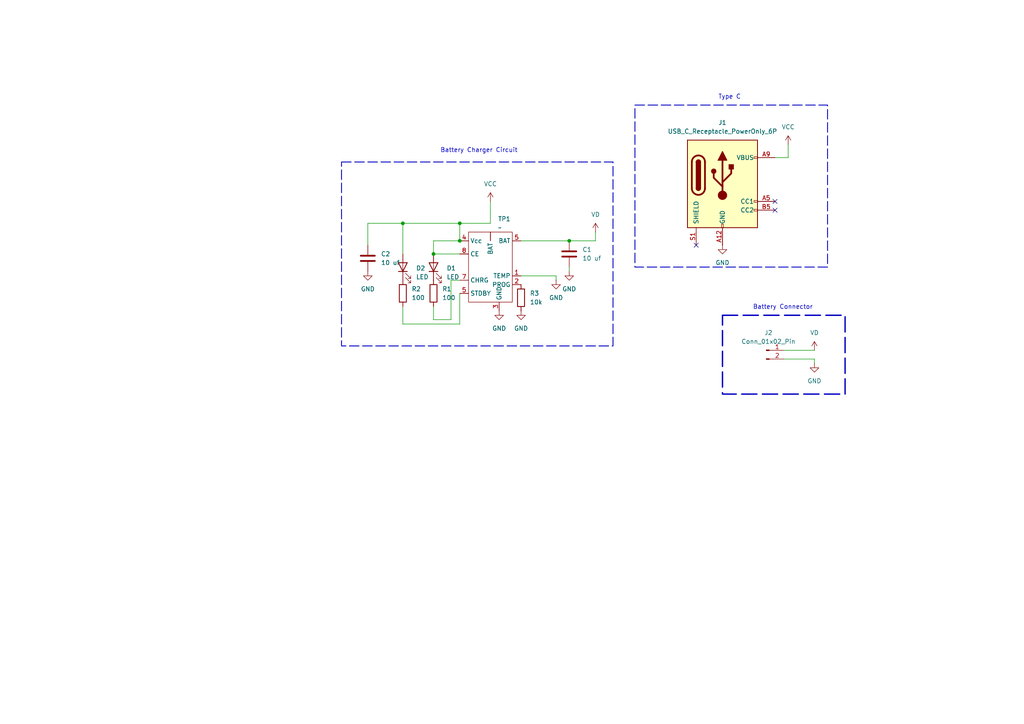
<source format=kicad_sch>
(kicad_sch (version 20231120) (generator "eeschema") (generator_version "8.0")
  (paper "A4")
  (lib_symbols
    (symbol "Connector:Conn_01x02_Pin" (pin_names (offset 1.016) hide)
      (property "Reference" "J" (at 0 2.54 0))
      (property "Value" "Conn_01x02_Pin" (at 0 -5.08 0))
      (symbol "Conn_01x02_Pin_1_1"
        (polyline (pts (xy 1.27 -2.54) (xy 0.8636 -2.54)) (stroke (width 0.1524)))
        (polyline (pts (xy 1.27 0) (xy 0.8636 0)) (stroke (width 0.1524)))
        (rectangle (start 0.8636 -2.413) (end 0 -2.667) (stroke (width 0.1524)) (fill (type outline)))
        (rectangle (start 0.8636 0.127) (end 0 -0.127) (stroke (width 0.1524)) (fill (type outline)))
        (pin passive line (at 5.08 0 180) (length 3.81) (name "Pin_1") (number "1"))
        (pin passive line (at 5.08 -2.54 180) (length 3.81) (name "Pin_2") (number "2"))
      )
    )
    (symbol "Connector:USB_C_Receptacle_PowerOnly_6P" (pin_names (offset 1.016))
      (property "Reference" "J" (at 0 16.51 0))
      (property "Value" "USB_C_Receptacle_PowerOnly_6P" (at 0 13.97 0))
      (symbol "USB_C_Receptacle_PowerOnly_6P_0_0"
        (rectangle (start -0.254 -12.7) (end 0.254 -11.684))
        (rectangle (start 10.16 -7.366) (end 9.144 -7.874))
        (rectangle (start 10.16 -4.826) (end 9.144 -5.334))
        (rectangle (start 10.16 7.874) (end 9.144 7.366))
      )
      (symbol "USB_C_Receptacle_PowerOnly_6P_0_1"
        (rectangle (start -10.16 12.7) (end 10.16 -12.7) (stroke (width 0.254)) (fill (type background)))
        (arc (start -8.89 -1.27) (mid -6.985 -3.1667) (end -5.08 -1.27) (stroke (width 0.508)))
        (arc (start -7.62 -1.27) (mid -6.985 -1.9023) (end -6.35 -1.27) (stroke (width 0.254)))
        (arc (start -7.62 -1.27) (mid -6.985 -1.9023) (end -6.35 -1.27) (stroke (width 0.254)) (fill (type outline)))
        (rectangle (start -7.62 -1.27) (end -6.35 6.35) (stroke (width 0.254)) (fill (type outline)))
        (arc (start -6.35 6.35) (mid -6.985 6.9823) (end -7.62 6.35) (stroke (width 0.254)))
        (arc (start -6.35 6.35) (mid -6.985 6.9823) (end -7.62 6.35) (stroke (width 0.254)) (fill (type outline)))
        (arc (start -5.08 6.35) (mid -6.985 8.2467) (end -8.89 6.35) (stroke (width 0.508)))
        (circle (center -2.54 3.683) (radius 0.635) (stroke (width 0.254)) (fill (type outline)))
        (circle (center 0 -3.302) (radius 1.27) (fill (type outline)))
        (polyline (pts (xy -8.89 -1.27) (xy -8.89 6.35)) (stroke (width 0.508)))
        (polyline (pts (xy -5.08 6.35) (xy -5.08 -1.27)) (stroke (width 0.508)))
        (polyline (pts (xy 0 -3.302) (xy 0 6.858)) (stroke (width 0.508)))
        (polyline (pts (xy 0 -0.762) (xy -2.54 1.778) (xy -2.54 3.048)) (stroke (width 0.508)))
        (polyline (pts (xy 0 0.508) (xy 2.54 3.048) (xy 2.54 4.318)) (stroke (width 0.508)))
        (polyline (pts (xy -1.27 6.858) (xy 0 9.398) (xy 1.27 6.858) (xy -1.27 6.858)) (stroke (width 0.254)) (fill (type outline)))
        (rectangle (start 1.905 4.318) (end 3.175 5.588) (stroke (width 0.254)) (fill (type outline)))
      )
      (symbol "USB_C_Receptacle_PowerOnly_6P_1_1"
        (pin passive line (at 0 -17.78 90) (length 5.08) (name "GND") (number "A12"))
        (pin bidirectional line (at 15.24 -5.08 180) (length 5.08) (name "CC1") (number "A5"))
        (pin passive line (at 15.24 7.62 180) (length 5.08) (name "VBUS") (number "A9"))
        (pin passive line (at 0 -17.78 90) (length 5.08) hide (name "GND") (number "B12"))
        (pin bidirectional line (at 15.24 -7.62 180) (length 5.08) (name "CC2") (number "B5"))
        (pin passive line (at 15.24 7.62 180) (length 5.08) hide (name "VBUS") (number "B9"))
        (pin passive line (at -7.62 -17.78 90) (length 5.08) (name "SHIELD") (number "S1"))
      )
    )
    (symbol "Device:C" (pin_numbers hide) (pin_names (offset 0.254))
      (property "Reference" "C" (at 0.635 2.54 0))
      (property "Value" "C" (at 0.635 -2.54 0))
      (symbol "C_0_1"
        (polyline (pts (xy -2.032 -0.762) (xy 2.032 -0.762)) (stroke (width 0.508)))
        (polyline (pts (xy -2.032 0.762) (xy 2.032 0.762)) (stroke (width 0.508)))
      )
      (symbol "C_1_1"
        (pin passive line (at 0 3.81 270) (length 2.794) (name "~") (number "1"))
        (pin passive line (at 0 -3.81 90) (length 2.794) (name "~") (number "2"))
      )
    )
    (symbol "Device:LED" (pin_numbers hide) (pin_names (offset 1.016) hide)
      (property "Reference" "D" (at 0 2.54 0))
      (property "Value" "LED" (at 0 -2.54 0))
      (symbol "LED_0_1"
        (polyline (pts (xy -1.27 -1.27) (xy -1.27 1.27)) (stroke (width 0.254)))
        (polyline (pts (xy -1.27 0) (xy 1.27 0)))
        (polyline (pts (xy 1.27 -1.27) (xy 1.27 1.27) (xy -1.27 0) (xy 1.27 -1.27)) (stroke (width 0.254)))
        (polyline (pts (xy -3.048 -0.762) (xy -4.572 -2.286) (xy -3.81 -2.286) (xy -4.572 -2.286) (xy -4.572 -1.524)))
        (polyline (pts (xy -1.778 -0.762) (xy -3.302 -2.286) (xy -2.54 -2.286) (xy -3.302 -2.286) (xy -3.302 -1.524)))
      )
      (symbol "LED_1_1"
        (pin passive line (at -3.81 0 0) (length 2.54) (name "K") (number "1"))
        (pin passive line (at 3.81 0 180) (length 2.54) (name "A") (number "2"))
      )
    )
    (symbol "Device:R" (pin_numbers hide) (pin_names (offset 0))
      (property "Reference" "R" (at 2.032 0 90))
      (property "Value" "R" (at 0 0 90))
      (symbol "R_0_1"
        (rectangle (start -1.016 -2.54) (end 1.016 2.54) (stroke (width 0.254)))
      )
      (symbol "R_1_1"
        (pin passive line (at 0 3.81 270) (length 1.27) (name "~") (number "1"))
        (pin passive line (at 0 -3.81 90) (length 1.27) (name "~") (number "2"))
      )
    )
    (symbol "TP4056:TP4056_Lipo_Charger_Module"
      (property "Reference" "TP4056" (at 0 0 0))
      (symbol "TP4056_Lipo_Charger_Module_1_1"
        (text_box "" (at -6.35 10.16 0) (size 12.7 -20.32) (effects (font (size 1.27 1.27)) (justify left top)))
        (pin input line (at 0 10.16 270) (length 2.54) (name "BAT") (number ""))
        (pin input line (at 8.89 -2.54 180) (length 2.54) (name "TEMP") (number "1"))
        (pin input line (at 8.89 -5.08 180) (length 2.54) (name "PROG") (number "2"))
        (pin input line (at 2.54 -12.7 90) (length 2.54) (name "GND") (number "3"))
        (pin input line (at -8.89 7.62 0) (length 2.54) (name "Vcc") (number "4"))
        (pin output line (at 8.89 7.62 180) (length 2.54) (name "BAT") (number "5"))
        (pin input line (at -8.89 -7.62 0) (length 2.54) (name "STDBY") (number "5"))
        (pin input line (at -8.89 -3.81 0) (length 2.54) (name "CHRG") (number "7"))
        (pin input line (at -8.89 3.81 0) (length 2.54) (name "CE") (number "8"))
      )
    )
    (symbol "power:GND" (power) (pin_numbers hide) (pin_names (offset 0) hide)
      (property "Value" "GND" (at 0 -3.81 0))
      (symbol "GND_0_1"
        (polyline (pts (xy 0 0) (xy 0 -1.27) (xy 1.27 -1.27) (xy 0 -2.54) (xy -1.27 -1.27) (xy 0 -1.27)))
      )
      (symbol "GND_1_1"
        (pin power_in line (at 0 0 270) (length 0) (name "~") (number "1"))
      )
    )
    (symbol "power:VCC" (power) (pin_numbers hide) (pin_names (offset 0) hide)
      (property "Value" "VCC" (at 0 3.556 0))
      (symbol "VCC_0_1"
        (polyline (pts (xy -0.762 1.27) (xy 0 2.54)))
        (polyline (pts (xy 0 0) (xy 0 2.54)))
        (polyline (pts (xy 0 2.54) (xy 0.762 1.27)))
      )
      (symbol "VCC_1_1"
        (pin power_in line (at 0 0 90) (length 0) (name "~") (number "1"))
      )
    )
    (symbol "power:VD" (power) (pin_numbers hide) (pin_names (offset 0) hide)
      (property "Value" "VD" (at 0 3.556 0))
      (symbol "VD_0_1"
        (polyline (pts (xy -0.762 1.27) (xy 0 2.54)))
        (polyline (pts (xy 0 0) (xy 0 2.54)))
        (polyline (pts (xy 0 2.54) (xy 0.762 1.27)))
      )
      (symbol "VD_1_1"
        (pin power_in line (at 0 0 90) (length 0) (name "~") (number "1"))
      )
    )
  )
  (junction (at 133.35 69.85))
  (junction (at 165.1 69.85))
  (junction (at 125.73 73.66))
  (junction (at 133.35 64.77))
  (junction (at 116.84 64.77))
  (no_connect (at 224.79 58.42))
  (no_connect (at 224.79 60.96))
  (no_connect (at 201.93 71.12))
  (wire (pts (xy 172.72 67.31) (xy 172.72 69.85)))
  (wire (pts (xy 116.84 64.77) (xy 106.68 64.77)))
  (wire (pts (xy 161.29 81.28) (xy 161.29 80.01)))
  (wire (pts (xy 133.35 64.77) (xy 133.35 69.85)))
  (wire (pts (xy 116.84 93.98) (xy 133.35 93.98)))
  (wire (pts (xy 224.79 45.72) (xy 228.6 45.72)))
  (wire (pts (xy 106.68 64.77) (xy 106.68 71.12)))
  (wire (pts (xy 116.84 88.9) (xy 116.84 93.98)))
  (wire (pts (xy 236.22 101.6) (xy 227.33 101.6)))
  (wire (pts (xy 116.84 64.77) (xy 116.84 73.66)))
  (wire (pts (xy 142.24 58.42) (xy 142.24 64.77)))
  (wire (pts (xy 125.73 69.85) (xy 133.35 69.85)))
  (wire (pts (xy 165.1 77.47) (xy 165.1 78.74)))
  (wire (pts (xy 130.81 81.28) (xy 133.35 81.28)))
  (wire (pts (xy 125.73 73.66) (xy 125.73 69.85)))
  (wire (pts (xy 130.81 92.71) (xy 130.81 81.28)))
  (wire (pts (xy 125.73 92.71) (xy 130.81 92.71)))
  (wire (pts (xy 161.29 80.01) (xy 151.13 80.01)))
  (wire (pts (xy 133.35 85.09) (xy 133.35 93.98)))
  (wire (pts (xy 228.6 45.72) (xy 228.6 41.91)))
  (wire (pts (xy 133.35 73.66) (xy 125.73 73.66)))
  (wire (pts (xy 172.72 69.85) (xy 165.1 69.85)))
  (wire (pts (xy 125.73 92.71) (xy 125.73 88.9)))
  (wire (pts (xy 236.22 104.14) (xy 227.33 104.14)))
  (wire (pts (xy 151.13 69.85) (xy 165.1 69.85)))
  (wire (pts (xy 142.24 64.77) (xy 133.35 64.77)))
  (wire (pts (xy 133.35 64.77) (xy 116.84 64.77)))
  (wire (pts (xy 236.22 105.41) (xy 236.22 104.14)))
  (rectangle (start 99.06 46.99) (end 177.8 100.33) (stroke (width 0.254) (type dash)))
  (rectangle (start 209.55 91.44) (end 245.11 114.3) (stroke (width 0.4) (type dash)))
  (rectangle (start 184.15 30.48) (end 240.03 77.47) (stroke (width 0.254) (type dash)))
  (text "Battery Charger Circuit\n" (at 138.938 43.688 0) (effects (font (size 1.27 1.27))))
  (text "Battery Connector\n" (at 227.076 89.154 0) (effects (font (size 1.27 1.27))))
  (text "Type C \n" (at 212.09 28.194 0) (effects (font (size 1.27 1.27))))
  (symbol (lib_id "power:VD") (at 172.72 67.31 0) (unit 1)
    (property "Reference" "#PWR09" (effects (hide yes)))
    (property "Value" "VD" (at 172.72 62.23 0))
    (property "Description" "Power symbol creates a global label with name \"VD\"" (effects (hide yes)))
  )
  (symbol (lib_id "power:GND") (at 144.78 90.17 0) (unit 1)
    (property "Reference" "#PWR01" (effects (hide yes)))
    (property "Value" "GND" (at 144.78 95.25 0))
    (property "Description" "Power symbol creates a global label with name \"GND\" , ground" (effects (hide yes)))
  )
  (symbol (lib_id "Device:LED") (at 125.73 77.47 90) (unit 1)
    (property "Reference" "D1" (at 129.54 77.7874 90) (effects (justify right)))
    (property "Value" "LED" (at 129.54 80.3274 90) (effects (justify right)))
    (property "Footprint" "LED_THT:LED_D3.0mm_FlatTop" (effects (hide yes)))
    (property "Description" "Light emitting diode" (effects (hide yes)))
  )
  (symbol (lib_id "power:GND") (at 106.68 78.74 0) (unit 1)
    (property "Reference" "#PWR04" (effects (hide yes)))
    (property "Value" "GND" (at 106.68 83.82 0))
    (property "Description" "Power symbol creates a global label with name \"GND\" , ground" (effects (hide yes)))
  )
  (symbol (lib_id "power:GND") (at 151.13 90.17 0) (unit 1)
    (property "Reference" "#PWR08" (effects (hide yes)))
    (property "Value" "GND" (at 151.13 95.25 0))
    (property "Description" "Power symbol creates a global label with name \"GND\" , ground" (effects (hide yes)))
  )
  (symbol (lib_id "power:GND") (at 165.1 78.74 0) (unit 1)
    (property "Reference" "#PWR03" (effects (hide yes)))
    (property "Value" "GND" (at 165.1 83.82 0))
    (property "Description" "Power symbol creates a global label with name \"GND\" , ground" (effects (hide yes)))
  )
  (symbol (lib_id "power:GND") (at 209.55 71.12 0) (unit 1)
    (property "Reference" "#PWR05" (effects (hide yes)))
    (property "Value" "GND" (at 209.55 76.2 0))
    (property "Description" "Power symbol creates a global label with name \"GND\" , ground" (effects (hide yes)))
  )
  (symbol (lib_id "power:GND") (at 236.22 105.41 0) (unit 1)
    (property "Reference" "#PWR011" (effects (hide yes)))
    (property "Value" "GND" (at 236.22 110.49 0))
    (property "Description" "Power symbol creates a global label with name \"GND\" , ground" (effects (hide yes)))
  )
  (symbol (lib_id "Device:R") (at 151.13 86.36 0) (unit 1)
    (property "Reference" "R3" (at 153.67 85.0899 0) (effects (justify left)))
    (property "Value" "10k" (at 153.67 87.6299 0) (effects (justify left)))
    (property "Footprint" "Resistor_SMD:R_0201_0603Metric" (effects (hide yes)))
    (property "Description" "Resistor" (effects (hide yes)))
  )
  (symbol (lib_id "power:VCC") (at 142.24 58.42 0) (unit 1)
    (property "Reference" "#PWR07" (effects (hide yes)))
    (property "Value" "VCC" (at 142.24 53.34 0))
    (property "Description" "Power symbol creates a global label with name \"VCC\"" (effects (hide yes)))
  )
  (symbol (lib_id "Connector:Conn_01x02_Pin") (at 222.25 101.6 0) (unit 1)
    (property "Reference" "J2" (at 222.885 96.52 0))
    (property "Value" "Conn_01x02_Pin" (at 222.885 99.06 0))
    (property "Footprint" "Connector_PinHeader_1.00mm:PinHeader_1x02_P1.00mm_Vertical" (effects (hide yes)))
    (property "Description" "Generic connector, single row, 01x02, script generated" (effects (hide yes)))
  )
  (symbol (lib_id "Device:R") (at 125.73 85.09 0) (unit 1)
    (property "Reference" "R1" (at 128.27 83.8199 0) (effects (justify left)))
    (property "Value" "100" (at 128.27 86.3599 0) (effects (justify left)))
    (property "Footprint" "Resistor_SMD:R_0201_0603Metric" (effects (hide yes)))
    (property "Description" "Resistor" (effects (hide yes)))
  )
  (symbol (lib_id "Device:C") (at 106.68 74.93 0) (unit 1)
    (property "Reference" "C2" (at 110.49 73.6599 0) (effects (justify left)))
    (property "Value" "10 uf" (at 110.49 76.1999 0) (effects (justify left)))
    (property "Footprint" "Capacitor_SMD:C_0805_2012Metric" (effects (hide yes)))
    (property "Description" "Unpolarized capacitor" (effects (hide yes)))
  )
  (symbol (lib_id "power:VCC") (at 228.6 41.91 0) (unit 1)
    (property "Reference" "#PWR06" (effects (hide yes)))
    (property "Value" "VCC" (at 228.6 36.83 0))
    (property "Description" "Power symbol creates a global label with name \"VCC\"" (effects (hide yes)))
  )
  (symbol (lib_id "power:GND") (at 161.29 81.28 0) (unit 1)
    (property "Reference" "#PWR02" (effects (hide yes)))
    (property "Value" "GND" (at 161.29 86.36 0))
    (property "Description" "Power symbol creates a global label with name \"GND\" , ground" (effects (hide yes)))
  )
  (symbol (lib_id "TP4056:TP4056_Lipo_Charger_Module") (at 142.24 77.47 0) (unit 1)
    (property "Reference" "TP1" (at 144.4341 63.5 0) (effects (justify left)))
    (property "Value" "~" (at 144.4341 66.04 0) (effects (justify left)))
    (property "Footprint" "Custom_Libraray:TP_4056" (effects (hide yes)))
  )
  (symbol (lib_id "Device:LED") (at 116.84 77.47 90) (unit 1)
    (property "Reference" "D2" (at 120.65 77.7874 90) (effects (justify right)))
    (property "Value" "LED" (at 120.65 80.3274 90) (effects (justify right)))
    (property "Footprint" "LED_THT:LED_D3.0mm_FlatTop" (effects (hide yes)))
    (property "Description" "Light emitting diode" (effects (hide yes)))
  )
  (symbol (lib_id "Connector:USB_C_Receptacle_PowerOnly_6P") (at 209.55 53.34 0) (unit 1)
    (property "Reference" "J1" (at 209.55 35.56 0))
    (property "Value" "USB_C_Receptacle_PowerOnly_6P" (at 209.55 38.1 0))
    (property "Footprint" "Custom_Libraray:USB_C_Receptacle_PowerOnly_6P" (effects (hide yes)))
    (property "Datasheet" "https://www.usb.org/sites/default/files/documents/usb_type-c.zip" (effects (hide yes)))
    (property "Description" "USB Power-Only 6P Type-C Receptacle connector" (effects (hide yes)))
  )
  (symbol (lib_id "Device:R") (at 116.84 85.09 0) (unit 1)
    (property "Reference" "R2" (at 119.38 83.8199 0) (effects (justify left)))
    (property "Value" "100" (at 119.38 86.3599 0) (effects (justify left)))
    (property "Footprint" "Resistor_SMD:R_0201_0603Metric" (effects (hide yes)))
    (property "Description" "Resistor" (effects (hide yes)))
  )
  (symbol (lib_id "power:VD") (at 236.22 101.6 0) (unit 1)
    (property "Reference" "#PWR010" (effects (hide yes)))
    (property "Value" "VD" (at 236.22 96.52 0))
    (property "Description" "Power symbol creates a global label with name \"VD\"" (effects (hide yes)))
  )
  (symbol (lib_id "Device:C") (at 165.1 73.66 0) (unit 1)
    (property "Reference" "C1" (at 168.91 72.3899 0) (effects (justify left)))
    (property "Value" "10 uf" (at 168.91 74.9299 0) (effects (justify left)))
    (property "Footprint" "Capacitor_SMD:C_0805_2012Metric" (effects (hide yes)))
    (property "Description" "Unpolarized capacitor" (effects (hide yes)))
  )
)
</source>
